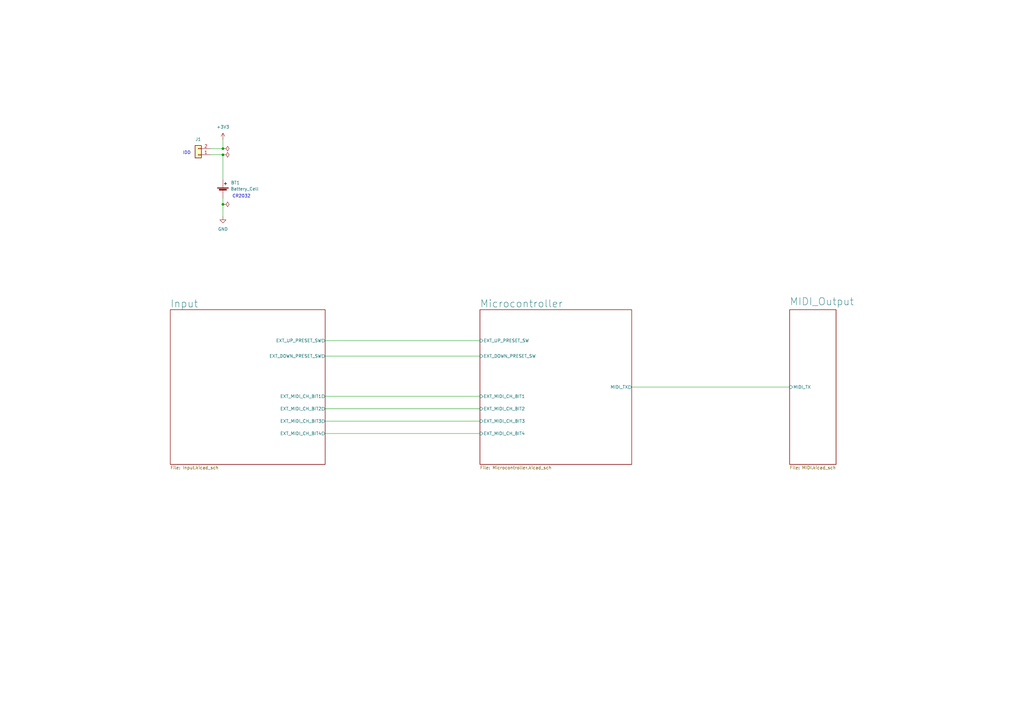
<source format=kicad_sch>
(kicad_sch (version 20230121) (generator eeschema)
  (paper "A3")
  (lib_symbols
    (symbol "Connector_Generic:Conn_01x02" (pin_names (offset 1.016) hide)
      (property "Reference" "J" (at 0 2.54 0))
      (property "Value" "Conn_01x02" (at 0 -5.08 0))
      (symbol "Conn_01x02_1_1"
        (rectangle (start -1.27 -2.413) (end 0 -2.667) (stroke (width 0.1524)))
        (rectangle (start -1.27 0.127) (end 0 -0.127) (stroke (width 0.1524)))
        (rectangle (start -1.27 1.27) (end 1.27 -3.81) (stroke (width 0.254)) (fill (type background)))
        (pin passive line (at -5.08 0 0) (length 3.81) (name "Pin_1") (number "1"))
        (pin passive line (at -5.08 -2.54 0) (length 3.81) (name "Pin_2") (number "2"))
      )
    )
    (symbol "Device:Battery_Cell" (pin_numbers hide) (pin_names (offset 0) hide)
      (property "Reference" "BT" (at 2.54 2.54 0))
      (property "Value" "Battery_Cell" (at 2.54 0 0))
      (symbol "Battery_Cell_0_1"
        (rectangle (start -2.286 1.778) (end 2.286 1.524) (fill (type outline)))
        (rectangle (start -1.5748 1.1938) (end 1.4732 0.6858) (fill (type outline)))
        (polyline (pts (xy 0 0.762) (xy 0 0)))
        (polyline (pts (xy 0 1.778) (xy 0 2.54)))
        (polyline (pts (xy 0.508 3.429) (xy 1.524 3.429)) (stroke (width 0.254)))
        (polyline (pts (xy 1.016 3.937) (xy 1.016 2.921)) (stroke (width 0.254)))
      )
      (symbol "Battery_Cell_1_1"
        (pin passive line (at 0 5.08 270) (length 2.54) (name "+") (number "1"))
        (pin passive line (at 0 -2.54 90) (length 2.54) (name "-") (number "2"))
      )
    )
    (symbol "power:+3V3" (power) (pin_names (offset 0))
      (property "Value" "+3V3" (at 0 3.556 0))
      (symbol "+3V3_0_1"
        (polyline (pts (xy -0.762 1.27) (xy 0 2.54)))
        (polyline (pts (xy 0 0) (xy 0 2.54)))
        (polyline (pts (xy 0 2.54) (xy 0.762 1.27)))
      )
      (symbol "+3V3_1_1"
        (pin power_in line (at 0 0 90) (length 0) hide (name "+3V3") (number "1"))
      )
    )
    (symbol "power:GND" (power) (pin_names (offset 0))
      (property "Value" "GND" (at 0 -3.81 0))
      (symbol "GND_0_1"
        (polyline (pts (xy 0 0) (xy 0 -1.27) (xy 1.27 -1.27) (xy 0 -2.54) (xy -1.27 -1.27) (xy 0 -1.27)))
      )
      (symbol "GND_1_1"
        (pin power_in line (at 0 0 270) (length 0) hide (name "GND") (number "1"))
      )
    )
    (symbol "power:PWR_FLAG" (power) (pin_numbers hide) (pin_names (offset 0) hide)
      (property "Value" "PWR_FLAG" (at 0 3.81 0))
      (symbol "PWR_FLAG_0_0"
        (pin power_out line (at 0 0 90) (length 0) (name "pwr") (number "1"))
      )
      (symbol "PWR_FLAG_0_1"
        (polyline (pts (xy 0 0) (xy 0 1.27) (xy -1.016 1.905) (xy 0 2.54) (xy 1.016 1.905) (xy 0 1.27)))
      )
    )
  )
  (junction (at 91.44 63.5))
  (junction (at 91.44 83.82))
  (junction (at 91.44 60.96))
  (wire (pts (xy 91.44 63.5) (xy 91.44 73.66)))
  (wire (pts (xy 91.44 81.28) (xy 91.44 83.82)))
  (wire (pts (xy 133.35 146.05) (xy 196.85 146.05)))
  (wire (pts (xy 86.36 60.96) (xy 91.44 60.96)))
  (wire (pts (xy 259.08 158.75) (xy 323.85 158.75)))
  (wire (pts (xy 91.44 60.96) (xy 91.44 57.15)))
  (wire (pts (xy 133.35 139.7) (xy 196.85 139.7)))
  (wire (pts (xy 133.35 172.72) (xy 196.85 172.72)))
  (wire (pts (xy 133.35 177.8) (xy 196.85 177.8)))
  (wire (pts (xy 86.36 63.5) (xy 91.44 63.5)))
  (wire (pts (xy 133.35 162.56) (xy 196.85 162.56)))
  (wire (pts (xy 133.35 167.64) (xy 196.85 167.64)))
  (wire (pts (xy 91.44 83.82) (xy 91.44 88.9)))
  (text "CR2032" (at 95.25 81.28 0) (effects (font (size 1.27 1.27)) (justify left bottom)))
  (text "IDD" (at 74.93 63.5 0) (effects (font (size 1.27 1.27)) (justify left bottom)))
  (symbol (lib_id "power:PWR_FLAG") (at 91.44 60.96 270) (unit 1)
    (property "Reference" "#FLG01" (effects hide))
    (property "Value" "PWR_FLAG" (effects hide))
  )
  (symbol (lib_id "power:PWR_FLAG") (at 91.44 63.5 270) (unit 1)
    (property "Reference" "#FLG02" (effects hide))
    (property "Value" "PWR_FLAG" (effects hide))
  )
  (symbol (lib_id "power:PWR_FLAG") (at 91.44 83.82 270) (unit 1)
    (property "Reference" "#FLG03" (effects hide))
    (property "Value" "PWR_FLAG" (effects hide))
  )
  (symbol (lib_id "Device:Battery_Cell") (at 91.44 78.74 0) (unit 1)
    (property "Reference" "BT1" (at 96.52 74.93 0))
    (property "Value" "Battery_Cell" (at 100.33 77.47 0))
    (property "Footprint" "GenericCoinCellHolders:CR2032" (effects hide))
  )
  (symbol (lib_id "power:+3V3") (at 91.44 57.15 0) (unit 1)
    (property "Reference" "#PWR01" (effects hide))
    (property "Value" "+3V3" (at 91.44 52.07 0))
  )
  (symbol (lib_id "power:GND") (at 91.44 88.9 0) (unit 1)
    (property "Reference" "#PWR02" (effects hide))
    (property "Value" "GND" (at 91.44 93.98 0))
  )
  (symbol (lib_id "Connector_Generic:Conn_01x02") (at 81.28 63.5 180) (unit 1)
    (property "Reference" "J1" (at 81.28 57.15 0))
    (property "Value" "Conn_01x02" (effects hide))
    (property "Footprint" "Connector_PinHeader_2.54mm:PinHeader_1x02_P2.54mm_Vertical" (effects hide))
  )
  (sheet (at 69.85 127) (size 63.5 63.5) (stroke (width 0.1524))
    (property "Sheetname" "Input" (at 69.85 126.2884 0) (effects (font (size 3 3)) (justify left bottom)))
    (property "Sheetfile" "Input.kicad_sch" (at 69.85 191.0846 0) (effects (justify left top)))
    (pin "EXT_UP_PRESET_SW" output (at 133.35 139.7 0))
    (pin "EXT_DOWN_PRESET_SW" output (at 133.35 146.05 0))
    (pin "EXT_MIDI_CH_BIT1" output (at 133.35 162.56 0))
    (pin "EXT_MIDI_CH_BIT2" output (at 133.35 167.64 0))
    (pin "EXT_MIDI_CH_BIT3" output (at 133.35 172.72 0))
    (pin "EXT_MIDI_CH_BIT4" output (at 133.35 177.8 0))
  )
  (sheet (at 323.85 127) (size 19.05 63.5) (stroke (width 0.1524))
    (property "Sheetname" "MIDI_Output" (at 323.85 125.4234 0) (effects (font (size 3 3)) (justify left bottom)))
    (property "Sheetfile" "MIDI.kicad_sch" (at 323.85 191.0846 0) (effects (justify left top)))
    (pin "MIDI_TX" input (at 323.85 158.75 180))
  )
  (sheet (at 196.85 127) (size 62.23 63.5) (stroke (width 0.1524))
    (property "Sheetname" "Microcontroller" (at 196.85 126.2884 0) (effects (font (size 3 3)) (justify left bottom)))
    (property "Sheetfile" "Microcontroller.kicad_sch" (at 196.85 191.0846 0) (effects (justify left top)))
    (pin "MIDI_TX" output (at 259.08 158.75 0))
    (pin "EXT_MIDI_CH_BIT2" input (at 196.85 167.64 180))
    (pin "EXT_MIDI_CH_BIT3" input (at 196.85 172.72 180))
    (pin "EXT_MIDI_CH_BIT4" input (at 196.85 177.8 180))
    (pin "EXT_MIDI_CH_BIT1" input (at 196.85 162.56 180))
    (pin "EXT_DOWN_PRESET_SW" input (at 196.85 146.05 180))
    (pin "EXT_UP_PRESET_SW" input (at 196.85 139.7 180))
  )
)
</source>
